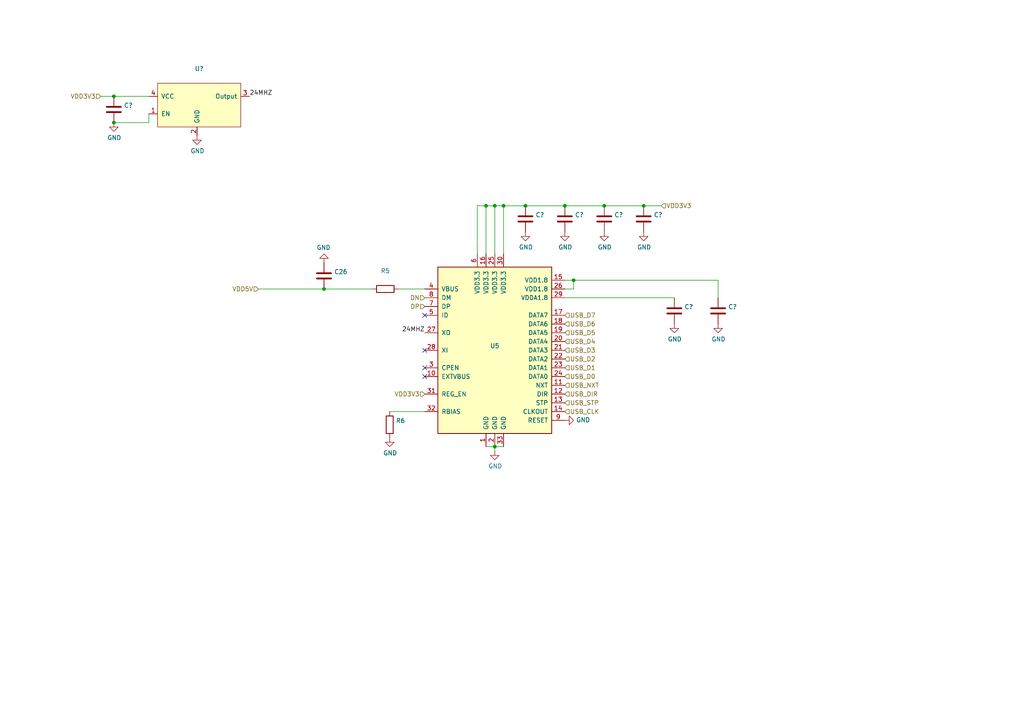
<source format=kicad_sch>
(kicad_sch (version 20211123) (generator eeschema)
  (paper "A4")
  (title_block (title "USB3300 - ULPI"))
  (lib_symbols
    (symbol "Device:C" (pin_numbers hide) (pin_names (offset 0.254))
      (property "Reference" "C" (at 0.635 2.54 0))
      (property "Value" "C" (at 0.635 -2.54 0))
      (symbol "C_0_1"
        (polyline (pts (xy -2.032 -0.762) (xy 2.032 -0.762)) (stroke (width 0.508)))
        (polyline (pts (xy -2.032 0.762) (xy 2.032 0.762)) (stroke (width 0.508)))
      )
      (symbol "C_1_1"
        (pin passive line (at 0 3.81 270) (length 2.794) (name "~") (number "1"))
        (pin passive line (at 0 -3.81 90) (length 2.794) (name "~") (number "2"))
      )
    )
    (symbol "Device:R" (pin_numbers hide) (pin_names (offset 0))
      (property "Reference" "R" (at 2.032 0 90))
      (property "Value" "R" (at 0 0 90))
      (symbol "R_0_1"
        (rectangle (start -1.016 -2.54) (end 1.016 2.54) (stroke (width 0.254)))
      )
      (symbol "R_1_1"
        (pin passive line (at 0 3.81 270) (length 1.27) (name "~") (number "1"))
        (pin passive line (at 0 -3.81 90) (length 1.27) (name "~") (number "2"))
      )
    )
    (symbol "Interface_USB:USB3300-EZK" (pin_names (offset 1.016))
      (property "Reference" "U" (at 0 1.27 0))
      (property "Value" "USB3300-EZK" (at 0 -1.27 0))
      (symbol "USB3300-EZK_0_1"
        (rectangle (start 16.51 -24.13) (end -16.51 24.13) (stroke (width 0.254)) (fill (type background)))
      )
      (symbol "USB3300-EZK_1_1"
        (pin power_in line (at -2.54 -27.94 90) (length 3.81) (name "GND") (number "1"))
        (pin input line (at -20.32 -7.62 0) (length 3.81) (name "EXTVBUS") (number "10"))
        (pin output line (at 20.32 -10.16 180) (length 3.81) (name "NXT") (number "11"))
        (pin output line (at 20.32 -12.7 180) (length 3.81) (name "DIR") (number "12"))
        (pin input line (at 20.32 -15.24 180) (length 3.81) (name "STP") (number "13"))
        (pin output line (at 20.32 -17.78 180) (length 3.81) (name "CLKOUT") (number "14"))
        (pin power_out line (at 20.32 20.32 180) (length 3.81) (name "VDD1.8") (number "15"))
        (pin power_in line (at -2.54 27.94 270) (length 3.81) (name "VDD3.3") (number "16"))
        (pin bidirectional line (at 20.32 10.16 180) (length 3.81) (name "DATA7") (number "17"))
        (pin bidirectional line (at 20.32 7.62 180) (length 3.81) (name "DATA6") (number "18"))
        (pin bidirectional line (at 20.32 5.08 180) (length 3.81) (name "DATA5") (number "19"))
        (pin power_in line (at 0 -27.94 90) (length 3.81) (name "GND") (number "2"))
        (pin bidirectional line (at 20.32 2.54 180) (length 3.81) (name "DATA4") (number "20"))
        (pin bidirectional line (at 20.32 0 180) (length 3.81) (name "DATA3") (number "21"))
        (pin bidirectional line (at 20.32 -2.54 180) (length 3.81) (name "DATA2") (number "22"))
        (pin bidirectional line (at 20.32 -5.08 180) (length 3.81) (name "DATA1") (number "23"))
        (pin bidirectional line (at 20.32 -7.62 180) (length 3.81) (name "DATA0") (number "24"))
        (pin power_in line (at 0 27.94 270) (length 3.81) (name "VDD3.3") (number "25"))
        (pin power_out line (at 20.32 17.78 180) (length 3.81) (name "VDD1.8") (number "26"))
        (pin output line (at -20.32 5.08 0) (length 3.81) (name "XO") (number "27"))
        (pin input line (at -20.32 0 0) (length 3.81) (name "XI") (number "28"))
        (pin power_out line (at 20.32 15.24 180) (length 3.81) (name "VDDA1.8") (number "29"))
        (pin output line (at -20.32 -5.08 0) (length 3.81) (name "CPEN") (number "3"))
        (pin power_in line (at 2.54 27.94 270) (length 3.81) (name "VDD3.3") (number "30"))
        (pin bidirectional line (at -20.32 -12.7 0) (length 3.81) (name "REG_EN") (number "31"))
        (pin passive line (at -20.32 -17.78 0) (length 3.81) (name "RBIAS") (number "32"))
        (pin power_in line (at 2.54 -27.94 90) (length 3.81) (name "GND") (number "33"))
        (pin power_in line (at -20.32 17.78 0) (length 3.81) (name "VBUS") (number "4"))
        (pin input line (at -20.32 10.16 0) (length 3.81) (name "ID") (number "5"))
        (pin power_in line (at -5.08 27.94 270) (length 3.81) (name "VDD3.3") (number "6"))
        (pin bidirectional line (at -20.32 12.7 0) (length 3.81) (name "DP") (number "7"))
        (pin bidirectional line (at -20.32 15.24 0) (length 3.81) (name "DM") (number "8"))
        (pin input line (at 20.32 -20.32 180) (length 3.81) (name "RESET") (number "9"))
      )
    )
    (symbol "power:GND" (power) (pin_names (offset 0))
      (property "Value" "GND" (at 0 -3.81 0))
      (symbol "GND_0_1"
        (polyline (pts (xy 0 0) (xy 0 -1.27) (xy 1.27 -1.27) (xy 0 -2.54) (xy -1.27 -1.27) (xy 0 -1.27)))
      )
      (symbol "GND_1_1"
        (pin power_in line (at 0 0 270) (length 0) hide (name "GND") (number "1"))
      )
    )
    (symbol "yui-rescue:KC3225K-OSCILLATOR" (pin_names (offset 1.016))
      (property "Reference" "U" (at 0 3.81 0))
      (property "Value" "KC3225K-OSCILLATOR" (at 0 1.27 0))
      (symbol "KC3225K-OSCILLATOR_0_1"
        (rectangle (start -11.43 6.35) (end 12.7 -6.35) (fill (type background)))
      )
      (symbol "KC3225K-OSCILLATOR_1_1"
        (pin input line (at -13.97 -2.54 0) (length 2.54) (name "EN") (number "1"))
        (pin power_in line (at 0 -8.89 90) (length 2.54) (name "GND") (number "2"))
        (pin output line (at 15.24 2.54 180) (length 2.54) (name "Output") (number "3"))
        (pin power_in line (at -13.97 2.54 0) (length 2.54) (name "VCC") (number "4"))
      )
    )
  )
  (junction (at 175.26 59.69))
  (junction (at 143.51 59.69))
  (junction (at 152.4 59.69))
  (junction (at 163.83 59.69))
  (junction (at 33.02 27.94))
  (junction (at 186.69 59.69))
  (junction (at 146.05 59.69))
  (junction (at 33.02 35.56))
  (junction (at 140.97 59.69))
  (junction (at 143.51 129.54))
  (junction (at 166.37 81.28))
  (junction (at 93.98 83.82))
  (no_connect (at 123.19 101.6))
  (no_connect (at 123.19 91.44))
  (no_connect (at 123.19 106.68))
  (no_connect (at 123.19 109.22))
  (wire (pts (xy 29.21 27.94) (xy 33.02 27.94)))
  (wire (pts (xy 43.18 35.56) (xy 43.18 33.02)))
  (wire (pts (xy 208.28 81.28) (xy 208.28 86.36)))
  (wire (pts (xy 186.69 59.69) (xy 175.26 59.69)))
  (wire (pts (xy 166.37 83.82) (xy 166.37 81.28)))
  (wire (pts (xy 146.05 59.69) (xy 143.51 59.69)))
  (wire (pts (xy 33.02 35.56) (xy 43.18 35.56)))
  (wire (pts (xy 138.43 59.69) (xy 138.43 73.66)))
  (wire (pts (xy 74.93 83.82) (xy 93.98 83.82)))
  (wire (pts (xy 115.57 83.82) (xy 123.19 83.82)))
  (wire (pts (xy 208.28 81.28) (xy 166.37 81.28)))
  (wire (pts (xy 163.83 59.69) (xy 152.4 59.69)))
  (wire (pts (xy 143.51 59.69) (xy 143.51 73.66)))
  (wire (pts (xy 163.83 86.36) (xy 195.58 86.36)))
  (wire (pts (xy 166.37 81.28) (xy 163.83 81.28)))
  (wire (pts (xy 33.02 27.94) (xy 43.18 27.94)))
  (wire (pts (xy 175.26 59.69) (xy 163.83 59.69)))
  (wire (pts (xy 93.98 83.82) (xy 107.95 83.82)))
  (wire (pts (xy 152.4 59.69) (xy 146.05 59.69)))
  (wire (pts (xy 191.77 59.69) (xy 186.69 59.69)))
  (wire (pts (xy 140.97 59.69) (xy 138.43 59.69)))
  (wire (pts (xy 143.51 129.54) (xy 146.05 129.54)))
  (wire (pts (xy 143.51 130.81) (xy 143.51 129.54)))
  (wire (pts (xy 143.51 59.69) (xy 140.97 59.69)))
  (wire (pts (xy 113.03 119.38) (xy 123.19 119.38)))
  (wire (pts (xy 146.05 73.66) (xy 146.05 59.69)))
  (wire (pts (xy 140.97 129.54) (xy 143.51 129.54)))
  (wire (pts (xy 140.97 59.69) (xy 140.97 73.66)))
  (wire (pts (xy 163.83 83.82) (xy 166.37 83.82)))
  (label "24MHZ" (at 72.39 27.94 0))
  (label "24MHZ" (at 123.19 96.52 180))
  (hierarchical_label "USB_D7" (shape input) (at 163.83 91.44 0))
  (hierarchical_label "VDD3V3" (shape input) (at 29.21 27.94 180))
  (hierarchical_label "USB_D4" (shape input) (at 163.83 99.06 0))
  (hierarchical_label "VDD5V" (shape input) (at 74.93 83.82 180))
  (hierarchical_label "USB_STP" (shape input) (at 163.83 116.84 0))
  (hierarchical_label "USB_NXT" (shape input) (at 163.83 111.76 0))
  (hierarchical_label "VDD3V3" (shape input) (at 123.19 114.3 180))
  (hierarchical_label "VDD3V3" (shape input) (at 191.77 59.69 0))
  (hierarchical_label "USB_CLK" (shape input) (at 163.83 119.38 0))
  (hierarchical_label "USB_D5" (shape input) (at 163.83 96.52 0))
  (hierarchical_label "DN" (shape input) (at 123.19 86.36 180))
  (hierarchical_label "USB_D0" (shape input) (at 163.83 109.22 0))
  (hierarchical_label "USB_D1" (shape input) (at 163.83 106.68 0))
  (hierarchical_label "USB_D3" (shape input) (at 163.83 101.6 0))
  (hierarchical_label "USB_DIR" (shape input) (at 163.83 114.3 0))
  (hierarchical_label "DP" (shape input) (at 123.19 88.9 180))
  (hierarchical_label "USB_D2" (shape input) (at 163.83 104.14 0))
  (hierarchical_label "USB_D6" (shape input) (at 163.83 93.98 0))
  (symbol (lib_id "Interface_USB:USB3300-EZK") (at 143.51 101.6 0) (unit 1)
    (property "Reference" "U5" (at 143.51 100.33 0))
    (property "Datasheet" "http://ww1.microchip.com/downloads/en/DeviceDoc/00001783C.pdf" (effects hide))
  )
  (symbol (lib_id "yui-rescue:KC3225K-OSCILLATOR") (at 57.15 30.48 0) (unit 1)
    (property "Reference" "U?" (at 57.785 19.939 0))
    (property "Datasheet" "https://www.mouser.de/datasheet/2/909/clock_k_e-1388782.pdf" (effects hide))
  )
  (symbol (lib_id "power:GND") (at 57.15 39.37 0) (unit 1)
    (property "Reference" "#PWR?" (effects hide))
  )
  (symbol (lib_id "Device:C") (at 33.02 31.75 0) (unit 1)
    (property "Reference" "C?" (at 35.941 30.5816 0) (effects (justify left)))
  )
  (symbol (lib_id "power:GND") (at 33.02 35.56 0) (unit 1)
    (property "Reference" "#PWR?" (effects hide))
  )
  (symbol (lib_id "power:GND") (at 143.51 130.81 0) (unit 1)
    (property "Reference" "#PWR025" (effects hide))
  )
  (symbol (lib_id "power:GND") (at 163.83 121.92 90) (unit 1)
    (property "Reference" "#PWR028" (effects hide))
  )
  (symbol (lib_id "Device:C") (at 195.58 90.17 0) (unit 1)
    (property "Reference" "C?" (at 198.501 89.0016 0) (effects (justify left)))
  )
  (symbol (lib_id "Device:C") (at 208.28 90.17 0) (unit 1)
    (property "Reference" "C?" (at 211.201 89.0016 0) (effects (justify left)))
  )
  (symbol (lib_id "power:GND") (at 195.58 93.98 0) (unit 1)
    (property "Reference" "#PWR031" (effects hide))
  )
  (symbol (lib_id "power:GND") (at 208.28 93.98 0) (unit 1)
    (property "Reference" "#PWR032" (effects hide))
  )
  (symbol (lib_id "Device:R") (at 113.03 123.19 0) (unit 1)
    (property "Reference" "R6" (at 114.808 122.0216 0) (effects (justify left)))
  )
  (symbol (lib_id "power:GND") (at 113.03 127 0) (unit 1)
    (property "Reference" "#PWR024" (effects hide))
  )
  (symbol (lib_id "Device:C") (at 186.69 63.5 0) (unit 1)
    (property "Reference" "C?" (at 189.611 62.3316 0) (effects (justify left)))
  )
  (symbol (lib_id "power:GND") (at 186.69 67.31 0) (unit 1)
    (property "Reference" "#PWR030" (effects hide))
  )
  (symbol (lib_id "Device:C") (at 175.26 63.5 0) (unit 1)
    (property "Reference" "C?" (at 178.181 62.3316 0) (effects (justify left)))
  )
  (symbol (lib_id "Device:C") (at 163.83 63.5 0) (unit 1)
    (property "Reference" "C?" (at 166.751 62.3316 0) (effects (justify left)))
  )
  (symbol (lib_id "Device:C") (at 152.4 63.5 0) (unit 1)
    (property "Reference" "C?" (at 155.321 62.3316 0) (effects (justify left)))
  )
  (symbol (lib_id "power:GND") (at 175.26 67.31 0) (unit 1)
    (property "Reference" "#PWR029" (effects hide))
  )
  (symbol (lib_id "power:GND") (at 163.83 67.31 0) (unit 1)
    (property "Reference" "#PWR027" (effects hide))
  )
  (symbol (lib_id "power:GND") (at 152.4 67.31 0) (unit 1)
    (property "Reference" "#PWR026" (effects hide))
  )
  (symbol (lib_id "Device:R") (at 111.76 83.82 270) (unit 1)
    (property "Reference" "R5" (at 111.76 78.5622 90))
  )
  (symbol (lib_id "Device:C") (at 93.98 80.01 0) (unit 1)
    (property "Reference" "C26" (at 96.901 78.8416 0) (effects (justify left)))
  )
  (symbol (lib_id "power:GND") (at 93.98 76.2 180) (unit 1)
    (property "Reference" "#PWR023" (effects hide))
  )
)
</source>
